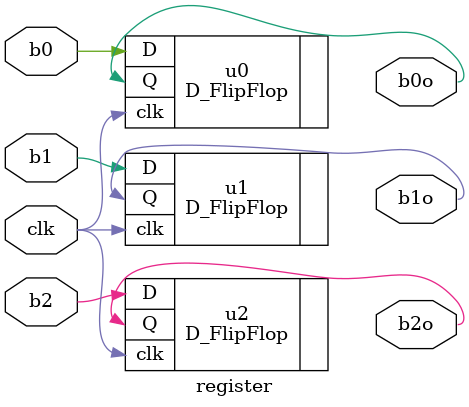
<source format=v>

module register (input b2 ,
	input b1 ,
	input b0 ,
	output b2o ,
	output b1o ,
	output b0o ,
	input clk );

//}} End of automatically maintained section

`include "D_FlipFlop.v"
	D_FlipFlop u2 (.D(b2), 
	.clk(clk), 
	.Q(b2o));
	D_FlipFlop u1 (.D(b1), 
	.clk(clk), 
	.Q(b1o));
	D_FlipFlop u0 (.D(b0), 
	.clk(clk), 
	.Q(b0o));
	
endmodule




// -- Enter your statements here -- //


</source>
